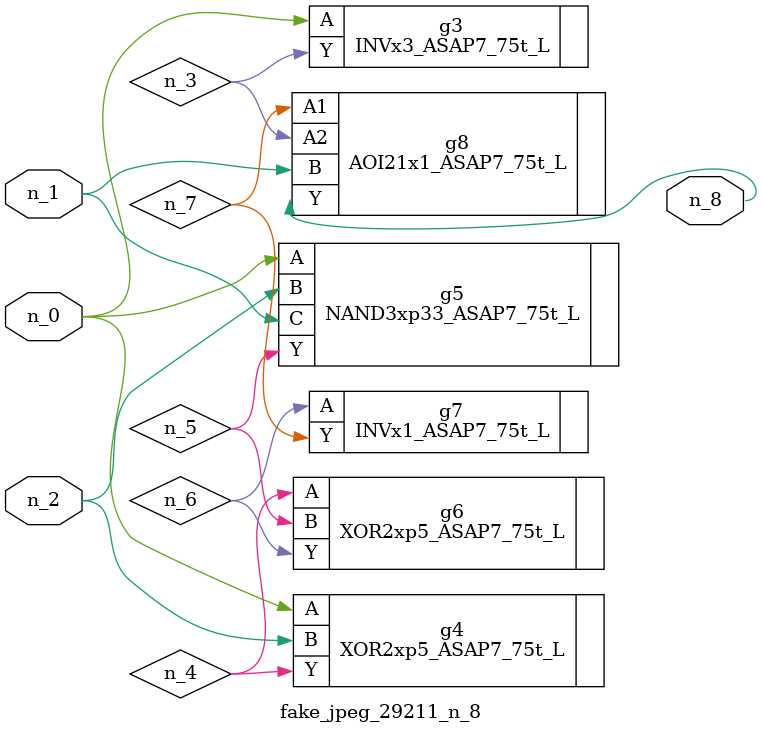
<source format=v>
module fake_jpeg_29211_n_8 (n_0, n_2, n_1, n_8);

input n_0;
input n_2;
input n_1;

output n_8;

wire n_3;
wire n_4;
wire n_6;
wire n_5;
wire n_7;

INVx3_ASAP7_75t_L g3 ( 
.A(n_0),
.Y(n_3)
);

XOR2xp5_ASAP7_75t_L g4 ( 
.A(n_0),
.B(n_2),
.Y(n_4)
);

NAND3xp33_ASAP7_75t_L g5 ( 
.A(n_0),
.B(n_2),
.C(n_1),
.Y(n_5)
);

XOR2xp5_ASAP7_75t_L g6 ( 
.A(n_4),
.B(n_5),
.Y(n_6)
);

INVx1_ASAP7_75t_L g7 ( 
.A(n_6),
.Y(n_7)
);

AOI21x1_ASAP7_75t_L g8 ( 
.A1(n_7),
.A2(n_3),
.B(n_1),
.Y(n_8)
);


endmodule
</source>
